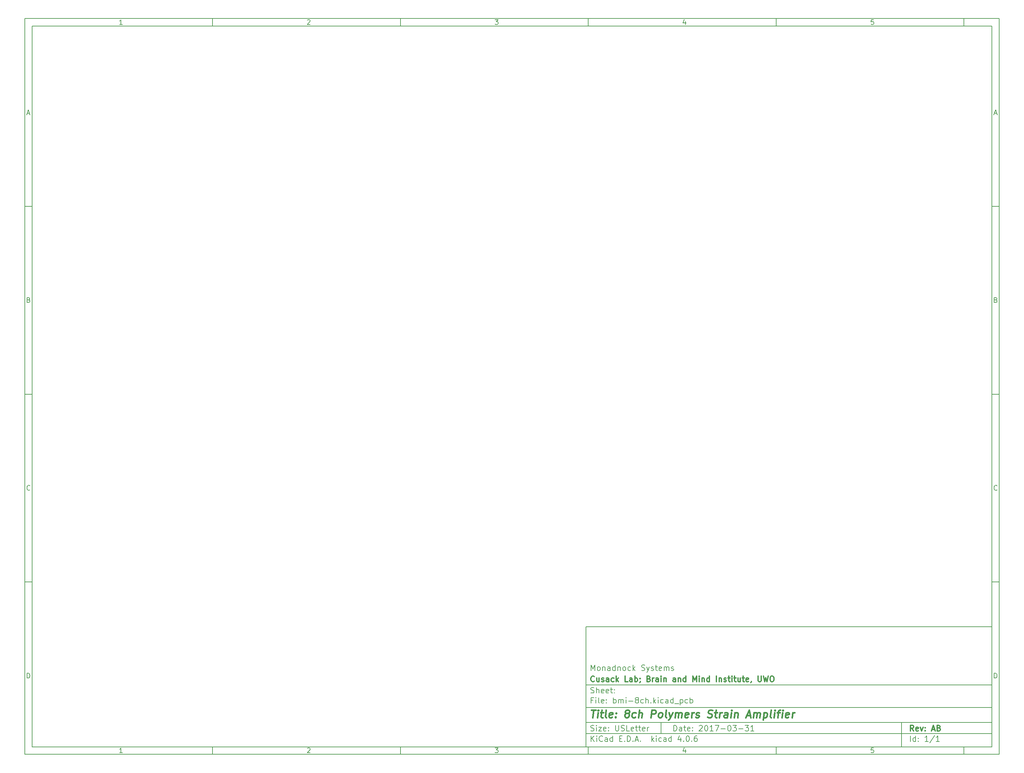
<source format=gbr>
G04 #@! TF.FileFunction,Legend,Bot*
%FSLAX46Y46*%
G04 Gerber Fmt 4.6, Leading zero omitted, Abs format (unit mm)*
G04 Created by KiCad (PCBNEW 4.0.6) date Fri Mar 31 12:57:45 2017*
%MOMM*%
%LPD*%
G01*
G04 APERTURE LIST*
%ADD10C,0.088900*%
%ADD11C,0.150000*%
%ADD12C,0.300000*%
%ADD13C,0.400000*%
G04 APERTURE END LIST*
D10*
D11*
X159400000Y-171900000D02*
X159400000Y-203900000D01*
X267400000Y-203900000D01*
X267400000Y-171900000D01*
X159400000Y-171900000D01*
D10*
D11*
X10000000Y-10000000D02*
X10000000Y-205900000D01*
X269400000Y-205900000D01*
X269400000Y-10000000D01*
X10000000Y-10000000D01*
D10*
D11*
X12000000Y-12000000D02*
X12000000Y-203900000D01*
X267400000Y-203900000D01*
X267400000Y-12000000D01*
X12000000Y-12000000D01*
D10*
D11*
X60000000Y-12000000D02*
X60000000Y-10000000D01*
D10*
D11*
X110000000Y-12000000D02*
X110000000Y-10000000D01*
D10*
D11*
X160000000Y-12000000D02*
X160000000Y-10000000D01*
D10*
D11*
X210000000Y-12000000D02*
X210000000Y-10000000D01*
D10*
D11*
X260000000Y-12000000D02*
X260000000Y-10000000D01*
D10*
D11*
X35990476Y-11588095D02*
X35247619Y-11588095D01*
X35619048Y-11588095D02*
X35619048Y-10288095D01*
X35495238Y-10473810D01*
X35371429Y-10597619D01*
X35247619Y-10659524D01*
D10*
D11*
X85247619Y-10411905D02*
X85309524Y-10350000D01*
X85433333Y-10288095D01*
X85742857Y-10288095D01*
X85866667Y-10350000D01*
X85928571Y-10411905D01*
X85990476Y-10535714D01*
X85990476Y-10659524D01*
X85928571Y-10845238D01*
X85185714Y-11588095D01*
X85990476Y-11588095D01*
D10*
D11*
X135185714Y-10288095D02*
X135990476Y-10288095D01*
X135557143Y-10783333D01*
X135742857Y-10783333D01*
X135866667Y-10845238D01*
X135928571Y-10907143D01*
X135990476Y-11030952D01*
X135990476Y-11340476D01*
X135928571Y-11464286D01*
X135866667Y-11526190D01*
X135742857Y-11588095D01*
X135371429Y-11588095D01*
X135247619Y-11526190D01*
X135185714Y-11464286D01*
D10*
D11*
X185866667Y-10721429D02*
X185866667Y-11588095D01*
X185557143Y-10226190D02*
X185247619Y-11154762D01*
X186052381Y-11154762D01*
D10*
D11*
X235928571Y-10288095D02*
X235309524Y-10288095D01*
X235247619Y-10907143D01*
X235309524Y-10845238D01*
X235433333Y-10783333D01*
X235742857Y-10783333D01*
X235866667Y-10845238D01*
X235928571Y-10907143D01*
X235990476Y-11030952D01*
X235990476Y-11340476D01*
X235928571Y-11464286D01*
X235866667Y-11526190D01*
X235742857Y-11588095D01*
X235433333Y-11588095D01*
X235309524Y-11526190D01*
X235247619Y-11464286D01*
D10*
D11*
X60000000Y-203900000D02*
X60000000Y-205900000D01*
D10*
D11*
X110000000Y-203900000D02*
X110000000Y-205900000D01*
D10*
D11*
X160000000Y-203900000D02*
X160000000Y-205900000D01*
D10*
D11*
X210000000Y-203900000D02*
X210000000Y-205900000D01*
D10*
D11*
X260000000Y-203900000D02*
X260000000Y-205900000D01*
D10*
D11*
X35990476Y-205488095D02*
X35247619Y-205488095D01*
X35619048Y-205488095D02*
X35619048Y-204188095D01*
X35495238Y-204373810D01*
X35371429Y-204497619D01*
X35247619Y-204559524D01*
D10*
D11*
X85247619Y-204311905D02*
X85309524Y-204250000D01*
X85433333Y-204188095D01*
X85742857Y-204188095D01*
X85866667Y-204250000D01*
X85928571Y-204311905D01*
X85990476Y-204435714D01*
X85990476Y-204559524D01*
X85928571Y-204745238D01*
X85185714Y-205488095D01*
X85990476Y-205488095D01*
D10*
D11*
X135185714Y-204188095D02*
X135990476Y-204188095D01*
X135557143Y-204683333D01*
X135742857Y-204683333D01*
X135866667Y-204745238D01*
X135928571Y-204807143D01*
X135990476Y-204930952D01*
X135990476Y-205240476D01*
X135928571Y-205364286D01*
X135866667Y-205426190D01*
X135742857Y-205488095D01*
X135371429Y-205488095D01*
X135247619Y-205426190D01*
X135185714Y-205364286D01*
D10*
D11*
X185866667Y-204621429D02*
X185866667Y-205488095D01*
X185557143Y-204126190D02*
X185247619Y-205054762D01*
X186052381Y-205054762D01*
D10*
D11*
X235928571Y-204188095D02*
X235309524Y-204188095D01*
X235247619Y-204807143D01*
X235309524Y-204745238D01*
X235433333Y-204683333D01*
X235742857Y-204683333D01*
X235866667Y-204745238D01*
X235928571Y-204807143D01*
X235990476Y-204930952D01*
X235990476Y-205240476D01*
X235928571Y-205364286D01*
X235866667Y-205426190D01*
X235742857Y-205488095D01*
X235433333Y-205488095D01*
X235309524Y-205426190D01*
X235247619Y-205364286D01*
D10*
D11*
X10000000Y-60000000D02*
X12000000Y-60000000D01*
D10*
D11*
X10000000Y-110000000D02*
X12000000Y-110000000D01*
D10*
D11*
X10000000Y-160000000D02*
X12000000Y-160000000D01*
D10*
D11*
X10690476Y-35216667D02*
X11309524Y-35216667D01*
X10566667Y-35588095D02*
X11000000Y-34288095D01*
X11433333Y-35588095D01*
D10*
D11*
X11092857Y-84907143D02*
X11278571Y-84969048D01*
X11340476Y-85030952D01*
X11402381Y-85154762D01*
X11402381Y-85340476D01*
X11340476Y-85464286D01*
X11278571Y-85526190D01*
X11154762Y-85588095D01*
X10659524Y-85588095D01*
X10659524Y-84288095D01*
X11092857Y-84288095D01*
X11216667Y-84350000D01*
X11278571Y-84411905D01*
X11340476Y-84535714D01*
X11340476Y-84659524D01*
X11278571Y-84783333D01*
X11216667Y-84845238D01*
X11092857Y-84907143D01*
X10659524Y-84907143D01*
D10*
D11*
X11402381Y-135464286D02*
X11340476Y-135526190D01*
X11154762Y-135588095D01*
X11030952Y-135588095D01*
X10845238Y-135526190D01*
X10721429Y-135402381D01*
X10659524Y-135278571D01*
X10597619Y-135030952D01*
X10597619Y-134845238D01*
X10659524Y-134597619D01*
X10721429Y-134473810D01*
X10845238Y-134350000D01*
X11030952Y-134288095D01*
X11154762Y-134288095D01*
X11340476Y-134350000D01*
X11402381Y-134411905D01*
D10*
D11*
X10659524Y-185588095D02*
X10659524Y-184288095D01*
X10969048Y-184288095D01*
X11154762Y-184350000D01*
X11278571Y-184473810D01*
X11340476Y-184597619D01*
X11402381Y-184845238D01*
X11402381Y-185030952D01*
X11340476Y-185278571D01*
X11278571Y-185402381D01*
X11154762Y-185526190D01*
X10969048Y-185588095D01*
X10659524Y-185588095D01*
D10*
D11*
X269400000Y-60000000D02*
X267400000Y-60000000D01*
D10*
D11*
X269400000Y-110000000D02*
X267400000Y-110000000D01*
D10*
D11*
X269400000Y-160000000D02*
X267400000Y-160000000D01*
D10*
D11*
X268090476Y-35216667D02*
X268709524Y-35216667D01*
X267966667Y-35588095D02*
X268400000Y-34288095D01*
X268833333Y-35588095D01*
D10*
D11*
X268492857Y-84907143D02*
X268678571Y-84969048D01*
X268740476Y-85030952D01*
X268802381Y-85154762D01*
X268802381Y-85340476D01*
X268740476Y-85464286D01*
X268678571Y-85526190D01*
X268554762Y-85588095D01*
X268059524Y-85588095D01*
X268059524Y-84288095D01*
X268492857Y-84288095D01*
X268616667Y-84350000D01*
X268678571Y-84411905D01*
X268740476Y-84535714D01*
X268740476Y-84659524D01*
X268678571Y-84783333D01*
X268616667Y-84845238D01*
X268492857Y-84907143D01*
X268059524Y-84907143D01*
D10*
D11*
X268802381Y-135464286D02*
X268740476Y-135526190D01*
X268554762Y-135588095D01*
X268430952Y-135588095D01*
X268245238Y-135526190D01*
X268121429Y-135402381D01*
X268059524Y-135278571D01*
X267997619Y-135030952D01*
X267997619Y-134845238D01*
X268059524Y-134597619D01*
X268121429Y-134473810D01*
X268245238Y-134350000D01*
X268430952Y-134288095D01*
X268554762Y-134288095D01*
X268740476Y-134350000D01*
X268802381Y-134411905D01*
D10*
D11*
X268059524Y-185588095D02*
X268059524Y-184288095D01*
X268369048Y-184288095D01*
X268554762Y-184350000D01*
X268678571Y-184473810D01*
X268740476Y-184597619D01*
X268802381Y-184845238D01*
X268802381Y-185030952D01*
X268740476Y-185278571D01*
X268678571Y-185402381D01*
X268554762Y-185526190D01*
X268369048Y-185588095D01*
X268059524Y-185588095D01*
D10*
D11*
X182757143Y-199678571D02*
X182757143Y-198178571D01*
X183114286Y-198178571D01*
X183328571Y-198250000D01*
X183471429Y-198392857D01*
X183542857Y-198535714D01*
X183614286Y-198821429D01*
X183614286Y-199035714D01*
X183542857Y-199321429D01*
X183471429Y-199464286D01*
X183328571Y-199607143D01*
X183114286Y-199678571D01*
X182757143Y-199678571D01*
X184900000Y-199678571D02*
X184900000Y-198892857D01*
X184828571Y-198750000D01*
X184685714Y-198678571D01*
X184400000Y-198678571D01*
X184257143Y-198750000D01*
X184900000Y-199607143D02*
X184757143Y-199678571D01*
X184400000Y-199678571D01*
X184257143Y-199607143D01*
X184185714Y-199464286D01*
X184185714Y-199321429D01*
X184257143Y-199178571D01*
X184400000Y-199107143D01*
X184757143Y-199107143D01*
X184900000Y-199035714D01*
X185400000Y-198678571D02*
X185971429Y-198678571D01*
X185614286Y-198178571D02*
X185614286Y-199464286D01*
X185685714Y-199607143D01*
X185828572Y-199678571D01*
X185971429Y-199678571D01*
X187042857Y-199607143D02*
X186900000Y-199678571D01*
X186614286Y-199678571D01*
X186471429Y-199607143D01*
X186400000Y-199464286D01*
X186400000Y-198892857D01*
X186471429Y-198750000D01*
X186614286Y-198678571D01*
X186900000Y-198678571D01*
X187042857Y-198750000D01*
X187114286Y-198892857D01*
X187114286Y-199035714D01*
X186400000Y-199178571D01*
X187757143Y-199535714D02*
X187828571Y-199607143D01*
X187757143Y-199678571D01*
X187685714Y-199607143D01*
X187757143Y-199535714D01*
X187757143Y-199678571D01*
X187757143Y-198750000D02*
X187828571Y-198821429D01*
X187757143Y-198892857D01*
X187685714Y-198821429D01*
X187757143Y-198750000D01*
X187757143Y-198892857D01*
X189542857Y-198321429D02*
X189614286Y-198250000D01*
X189757143Y-198178571D01*
X190114286Y-198178571D01*
X190257143Y-198250000D01*
X190328572Y-198321429D01*
X190400000Y-198464286D01*
X190400000Y-198607143D01*
X190328572Y-198821429D01*
X189471429Y-199678571D01*
X190400000Y-199678571D01*
X191328571Y-198178571D02*
X191471428Y-198178571D01*
X191614285Y-198250000D01*
X191685714Y-198321429D01*
X191757143Y-198464286D01*
X191828571Y-198750000D01*
X191828571Y-199107143D01*
X191757143Y-199392857D01*
X191685714Y-199535714D01*
X191614285Y-199607143D01*
X191471428Y-199678571D01*
X191328571Y-199678571D01*
X191185714Y-199607143D01*
X191114285Y-199535714D01*
X191042857Y-199392857D01*
X190971428Y-199107143D01*
X190971428Y-198750000D01*
X191042857Y-198464286D01*
X191114285Y-198321429D01*
X191185714Y-198250000D01*
X191328571Y-198178571D01*
X193257142Y-199678571D02*
X192399999Y-199678571D01*
X192828571Y-199678571D02*
X192828571Y-198178571D01*
X192685714Y-198392857D01*
X192542856Y-198535714D01*
X192399999Y-198607143D01*
X193757142Y-198178571D02*
X194757142Y-198178571D01*
X194114285Y-199678571D01*
X195328570Y-199107143D02*
X196471427Y-199107143D01*
X197471427Y-198178571D02*
X197614284Y-198178571D01*
X197757141Y-198250000D01*
X197828570Y-198321429D01*
X197899999Y-198464286D01*
X197971427Y-198750000D01*
X197971427Y-199107143D01*
X197899999Y-199392857D01*
X197828570Y-199535714D01*
X197757141Y-199607143D01*
X197614284Y-199678571D01*
X197471427Y-199678571D01*
X197328570Y-199607143D01*
X197257141Y-199535714D01*
X197185713Y-199392857D01*
X197114284Y-199107143D01*
X197114284Y-198750000D01*
X197185713Y-198464286D01*
X197257141Y-198321429D01*
X197328570Y-198250000D01*
X197471427Y-198178571D01*
X198471427Y-198178571D02*
X199399998Y-198178571D01*
X198899998Y-198750000D01*
X199114284Y-198750000D01*
X199257141Y-198821429D01*
X199328570Y-198892857D01*
X199399998Y-199035714D01*
X199399998Y-199392857D01*
X199328570Y-199535714D01*
X199257141Y-199607143D01*
X199114284Y-199678571D01*
X198685712Y-199678571D01*
X198542855Y-199607143D01*
X198471427Y-199535714D01*
X200042855Y-199107143D02*
X201185712Y-199107143D01*
X201757141Y-198178571D02*
X202685712Y-198178571D01*
X202185712Y-198750000D01*
X202399998Y-198750000D01*
X202542855Y-198821429D01*
X202614284Y-198892857D01*
X202685712Y-199035714D01*
X202685712Y-199392857D01*
X202614284Y-199535714D01*
X202542855Y-199607143D01*
X202399998Y-199678571D01*
X201971426Y-199678571D01*
X201828569Y-199607143D01*
X201757141Y-199535714D01*
X204114283Y-199678571D02*
X203257140Y-199678571D01*
X203685712Y-199678571D02*
X203685712Y-198178571D01*
X203542855Y-198392857D01*
X203399997Y-198535714D01*
X203257140Y-198607143D01*
D10*
D11*
X159400000Y-200400000D02*
X267400000Y-200400000D01*
D10*
D11*
X160757143Y-202478571D02*
X160757143Y-200978571D01*
X161614286Y-202478571D02*
X160971429Y-201621429D01*
X161614286Y-200978571D02*
X160757143Y-201835714D01*
X162257143Y-202478571D02*
X162257143Y-201478571D01*
X162257143Y-200978571D02*
X162185714Y-201050000D01*
X162257143Y-201121429D01*
X162328571Y-201050000D01*
X162257143Y-200978571D01*
X162257143Y-201121429D01*
X163828572Y-202335714D02*
X163757143Y-202407143D01*
X163542857Y-202478571D01*
X163400000Y-202478571D01*
X163185715Y-202407143D01*
X163042857Y-202264286D01*
X162971429Y-202121429D01*
X162900000Y-201835714D01*
X162900000Y-201621429D01*
X162971429Y-201335714D01*
X163042857Y-201192857D01*
X163185715Y-201050000D01*
X163400000Y-200978571D01*
X163542857Y-200978571D01*
X163757143Y-201050000D01*
X163828572Y-201121429D01*
X165114286Y-202478571D02*
X165114286Y-201692857D01*
X165042857Y-201550000D01*
X164900000Y-201478571D01*
X164614286Y-201478571D01*
X164471429Y-201550000D01*
X165114286Y-202407143D02*
X164971429Y-202478571D01*
X164614286Y-202478571D01*
X164471429Y-202407143D01*
X164400000Y-202264286D01*
X164400000Y-202121429D01*
X164471429Y-201978571D01*
X164614286Y-201907143D01*
X164971429Y-201907143D01*
X165114286Y-201835714D01*
X166471429Y-202478571D02*
X166471429Y-200978571D01*
X166471429Y-202407143D02*
X166328572Y-202478571D01*
X166042858Y-202478571D01*
X165900000Y-202407143D01*
X165828572Y-202335714D01*
X165757143Y-202192857D01*
X165757143Y-201764286D01*
X165828572Y-201621429D01*
X165900000Y-201550000D01*
X166042858Y-201478571D01*
X166328572Y-201478571D01*
X166471429Y-201550000D01*
X168328572Y-201692857D02*
X168828572Y-201692857D01*
X169042858Y-202478571D02*
X168328572Y-202478571D01*
X168328572Y-200978571D01*
X169042858Y-200978571D01*
X169685715Y-202335714D02*
X169757143Y-202407143D01*
X169685715Y-202478571D01*
X169614286Y-202407143D01*
X169685715Y-202335714D01*
X169685715Y-202478571D01*
X170400001Y-202478571D02*
X170400001Y-200978571D01*
X170757144Y-200978571D01*
X170971429Y-201050000D01*
X171114287Y-201192857D01*
X171185715Y-201335714D01*
X171257144Y-201621429D01*
X171257144Y-201835714D01*
X171185715Y-202121429D01*
X171114287Y-202264286D01*
X170971429Y-202407143D01*
X170757144Y-202478571D01*
X170400001Y-202478571D01*
X171900001Y-202335714D02*
X171971429Y-202407143D01*
X171900001Y-202478571D01*
X171828572Y-202407143D01*
X171900001Y-202335714D01*
X171900001Y-202478571D01*
X172542858Y-202050000D02*
X173257144Y-202050000D01*
X172400001Y-202478571D02*
X172900001Y-200978571D01*
X173400001Y-202478571D01*
X173900001Y-202335714D02*
X173971429Y-202407143D01*
X173900001Y-202478571D01*
X173828572Y-202407143D01*
X173900001Y-202335714D01*
X173900001Y-202478571D01*
X176900001Y-202478571D02*
X176900001Y-200978571D01*
X177042858Y-201907143D02*
X177471429Y-202478571D01*
X177471429Y-201478571D02*
X176900001Y-202050000D01*
X178114287Y-202478571D02*
X178114287Y-201478571D01*
X178114287Y-200978571D02*
X178042858Y-201050000D01*
X178114287Y-201121429D01*
X178185715Y-201050000D01*
X178114287Y-200978571D01*
X178114287Y-201121429D01*
X179471430Y-202407143D02*
X179328573Y-202478571D01*
X179042859Y-202478571D01*
X178900001Y-202407143D01*
X178828573Y-202335714D01*
X178757144Y-202192857D01*
X178757144Y-201764286D01*
X178828573Y-201621429D01*
X178900001Y-201550000D01*
X179042859Y-201478571D01*
X179328573Y-201478571D01*
X179471430Y-201550000D01*
X180757144Y-202478571D02*
X180757144Y-201692857D01*
X180685715Y-201550000D01*
X180542858Y-201478571D01*
X180257144Y-201478571D01*
X180114287Y-201550000D01*
X180757144Y-202407143D02*
X180614287Y-202478571D01*
X180257144Y-202478571D01*
X180114287Y-202407143D01*
X180042858Y-202264286D01*
X180042858Y-202121429D01*
X180114287Y-201978571D01*
X180257144Y-201907143D01*
X180614287Y-201907143D01*
X180757144Y-201835714D01*
X182114287Y-202478571D02*
X182114287Y-200978571D01*
X182114287Y-202407143D02*
X181971430Y-202478571D01*
X181685716Y-202478571D01*
X181542858Y-202407143D01*
X181471430Y-202335714D01*
X181400001Y-202192857D01*
X181400001Y-201764286D01*
X181471430Y-201621429D01*
X181542858Y-201550000D01*
X181685716Y-201478571D01*
X181971430Y-201478571D01*
X182114287Y-201550000D01*
X184614287Y-201478571D02*
X184614287Y-202478571D01*
X184257144Y-200907143D02*
X183900001Y-201978571D01*
X184828573Y-201978571D01*
X185400001Y-202335714D02*
X185471429Y-202407143D01*
X185400001Y-202478571D01*
X185328572Y-202407143D01*
X185400001Y-202335714D01*
X185400001Y-202478571D01*
X186400001Y-200978571D02*
X186542858Y-200978571D01*
X186685715Y-201050000D01*
X186757144Y-201121429D01*
X186828573Y-201264286D01*
X186900001Y-201550000D01*
X186900001Y-201907143D01*
X186828573Y-202192857D01*
X186757144Y-202335714D01*
X186685715Y-202407143D01*
X186542858Y-202478571D01*
X186400001Y-202478571D01*
X186257144Y-202407143D01*
X186185715Y-202335714D01*
X186114287Y-202192857D01*
X186042858Y-201907143D01*
X186042858Y-201550000D01*
X186114287Y-201264286D01*
X186185715Y-201121429D01*
X186257144Y-201050000D01*
X186400001Y-200978571D01*
X187542858Y-202335714D02*
X187614286Y-202407143D01*
X187542858Y-202478571D01*
X187471429Y-202407143D01*
X187542858Y-202335714D01*
X187542858Y-202478571D01*
X188900001Y-200978571D02*
X188614287Y-200978571D01*
X188471430Y-201050000D01*
X188400001Y-201121429D01*
X188257144Y-201335714D01*
X188185715Y-201621429D01*
X188185715Y-202192857D01*
X188257144Y-202335714D01*
X188328572Y-202407143D01*
X188471430Y-202478571D01*
X188757144Y-202478571D01*
X188900001Y-202407143D01*
X188971430Y-202335714D01*
X189042858Y-202192857D01*
X189042858Y-201835714D01*
X188971430Y-201692857D01*
X188900001Y-201621429D01*
X188757144Y-201550000D01*
X188471430Y-201550000D01*
X188328572Y-201621429D01*
X188257144Y-201692857D01*
X188185715Y-201835714D01*
D10*
D11*
X159400000Y-197400000D02*
X267400000Y-197400000D01*
D10*
D12*
X246614286Y-199678571D02*
X246114286Y-198964286D01*
X245757143Y-199678571D02*
X245757143Y-198178571D01*
X246328571Y-198178571D01*
X246471429Y-198250000D01*
X246542857Y-198321429D01*
X246614286Y-198464286D01*
X246614286Y-198678571D01*
X246542857Y-198821429D01*
X246471429Y-198892857D01*
X246328571Y-198964286D01*
X245757143Y-198964286D01*
X247828571Y-199607143D02*
X247685714Y-199678571D01*
X247400000Y-199678571D01*
X247257143Y-199607143D01*
X247185714Y-199464286D01*
X247185714Y-198892857D01*
X247257143Y-198750000D01*
X247400000Y-198678571D01*
X247685714Y-198678571D01*
X247828571Y-198750000D01*
X247900000Y-198892857D01*
X247900000Y-199035714D01*
X247185714Y-199178571D01*
X248400000Y-198678571D02*
X248757143Y-199678571D01*
X249114285Y-198678571D01*
X249685714Y-199535714D02*
X249757142Y-199607143D01*
X249685714Y-199678571D01*
X249614285Y-199607143D01*
X249685714Y-199535714D01*
X249685714Y-199678571D01*
X249685714Y-198750000D02*
X249757142Y-198821429D01*
X249685714Y-198892857D01*
X249614285Y-198821429D01*
X249685714Y-198750000D01*
X249685714Y-198892857D01*
X251471428Y-199250000D02*
X252185714Y-199250000D01*
X251328571Y-199678571D02*
X251828571Y-198178571D01*
X252328571Y-199678571D01*
X253328571Y-198892857D02*
X253542857Y-198964286D01*
X253614285Y-199035714D01*
X253685714Y-199178571D01*
X253685714Y-199392857D01*
X253614285Y-199535714D01*
X253542857Y-199607143D01*
X253399999Y-199678571D01*
X252828571Y-199678571D01*
X252828571Y-198178571D01*
X253328571Y-198178571D01*
X253471428Y-198250000D01*
X253542857Y-198321429D01*
X253614285Y-198464286D01*
X253614285Y-198607143D01*
X253542857Y-198750000D01*
X253471428Y-198821429D01*
X253328571Y-198892857D01*
X252828571Y-198892857D01*
D10*
D11*
X160685714Y-199607143D02*
X160900000Y-199678571D01*
X161257143Y-199678571D01*
X161400000Y-199607143D01*
X161471429Y-199535714D01*
X161542857Y-199392857D01*
X161542857Y-199250000D01*
X161471429Y-199107143D01*
X161400000Y-199035714D01*
X161257143Y-198964286D01*
X160971429Y-198892857D01*
X160828571Y-198821429D01*
X160757143Y-198750000D01*
X160685714Y-198607143D01*
X160685714Y-198464286D01*
X160757143Y-198321429D01*
X160828571Y-198250000D01*
X160971429Y-198178571D01*
X161328571Y-198178571D01*
X161542857Y-198250000D01*
X162185714Y-199678571D02*
X162185714Y-198678571D01*
X162185714Y-198178571D02*
X162114285Y-198250000D01*
X162185714Y-198321429D01*
X162257142Y-198250000D01*
X162185714Y-198178571D01*
X162185714Y-198321429D01*
X162757143Y-198678571D02*
X163542857Y-198678571D01*
X162757143Y-199678571D01*
X163542857Y-199678571D01*
X164685714Y-199607143D02*
X164542857Y-199678571D01*
X164257143Y-199678571D01*
X164114286Y-199607143D01*
X164042857Y-199464286D01*
X164042857Y-198892857D01*
X164114286Y-198750000D01*
X164257143Y-198678571D01*
X164542857Y-198678571D01*
X164685714Y-198750000D01*
X164757143Y-198892857D01*
X164757143Y-199035714D01*
X164042857Y-199178571D01*
X165400000Y-199535714D02*
X165471428Y-199607143D01*
X165400000Y-199678571D01*
X165328571Y-199607143D01*
X165400000Y-199535714D01*
X165400000Y-199678571D01*
X165400000Y-198750000D02*
X165471428Y-198821429D01*
X165400000Y-198892857D01*
X165328571Y-198821429D01*
X165400000Y-198750000D01*
X165400000Y-198892857D01*
X167257143Y-198178571D02*
X167257143Y-199392857D01*
X167328571Y-199535714D01*
X167400000Y-199607143D01*
X167542857Y-199678571D01*
X167828571Y-199678571D01*
X167971429Y-199607143D01*
X168042857Y-199535714D01*
X168114286Y-199392857D01*
X168114286Y-198178571D01*
X168757143Y-199607143D02*
X168971429Y-199678571D01*
X169328572Y-199678571D01*
X169471429Y-199607143D01*
X169542858Y-199535714D01*
X169614286Y-199392857D01*
X169614286Y-199250000D01*
X169542858Y-199107143D01*
X169471429Y-199035714D01*
X169328572Y-198964286D01*
X169042858Y-198892857D01*
X168900000Y-198821429D01*
X168828572Y-198750000D01*
X168757143Y-198607143D01*
X168757143Y-198464286D01*
X168828572Y-198321429D01*
X168900000Y-198250000D01*
X169042858Y-198178571D01*
X169400000Y-198178571D01*
X169614286Y-198250000D01*
X170971429Y-199678571D02*
X170257143Y-199678571D01*
X170257143Y-198178571D01*
X172042857Y-199607143D02*
X171900000Y-199678571D01*
X171614286Y-199678571D01*
X171471429Y-199607143D01*
X171400000Y-199464286D01*
X171400000Y-198892857D01*
X171471429Y-198750000D01*
X171614286Y-198678571D01*
X171900000Y-198678571D01*
X172042857Y-198750000D01*
X172114286Y-198892857D01*
X172114286Y-199035714D01*
X171400000Y-199178571D01*
X172542857Y-198678571D02*
X173114286Y-198678571D01*
X172757143Y-198178571D02*
X172757143Y-199464286D01*
X172828571Y-199607143D01*
X172971429Y-199678571D01*
X173114286Y-199678571D01*
X173400000Y-198678571D02*
X173971429Y-198678571D01*
X173614286Y-198178571D02*
X173614286Y-199464286D01*
X173685714Y-199607143D01*
X173828572Y-199678571D01*
X173971429Y-199678571D01*
X175042857Y-199607143D02*
X174900000Y-199678571D01*
X174614286Y-199678571D01*
X174471429Y-199607143D01*
X174400000Y-199464286D01*
X174400000Y-198892857D01*
X174471429Y-198750000D01*
X174614286Y-198678571D01*
X174900000Y-198678571D01*
X175042857Y-198750000D01*
X175114286Y-198892857D01*
X175114286Y-199035714D01*
X174400000Y-199178571D01*
X175757143Y-199678571D02*
X175757143Y-198678571D01*
X175757143Y-198964286D02*
X175828571Y-198821429D01*
X175900000Y-198750000D01*
X176042857Y-198678571D01*
X176185714Y-198678571D01*
D10*
D11*
X245757143Y-202478571D02*
X245757143Y-200978571D01*
X247114286Y-202478571D02*
X247114286Y-200978571D01*
X247114286Y-202407143D02*
X246971429Y-202478571D01*
X246685715Y-202478571D01*
X246542857Y-202407143D01*
X246471429Y-202335714D01*
X246400000Y-202192857D01*
X246400000Y-201764286D01*
X246471429Y-201621429D01*
X246542857Y-201550000D01*
X246685715Y-201478571D01*
X246971429Y-201478571D01*
X247114286Y-201550000D01*
X247828572Y-202335714D02*
X247900000Y-202407143D01*
X247828572Y-202478571D01*
X247757143Y-202407143D01*
X247828572Y-202335714D01*
X247828572Y-202478571D01*
X247828572Y-201550000D02*
X247900000Y-201621429D01*
X247828572Y-201692857D01*
X247757143Y-201621429D01*
X247828572Y-201550000D01*
X247828572Y-201692857D01*
X250471429Y-202478571D02*
X249614286Y-202478571D01*
X250042858Y-202478571D02*
X250042858Y-200978571D01*
X249900001Y-201192857D01*
X249757143Y-201335714D01*
X249614286Y-201407143D01*
X252185714Y-200907143D02*
X250900000Y-202835714D01*
X253471429Y-202478571D02*
X252614286Y-202478571D01*
X253042858Y-202478571D02*
X253042858Y-200978571D01*
X252900001Y-201192857D01*
X252757143Y-201335714D01*
X252614286Y-201407143D01*
D10*
D11*
X159400000Y-193400000D02*
X267400000Y-193400000D01*
D10*
D13*
X160852381Y-194104762D02*
X161995238Y-194104762D01*
X161173810Y-196104762D02*
X161423810Y-194104762D01*
X162411905Y-196104762D02*
X162578571Y-194771429D01*
X162661905Y-194104762D02*
X162554762Y-194200000D01*
X162638095Y-194295238D01*
X162745239Y-194200000D01*
X162661905Y-194104762D01*
X162638095Y-194295238D01*
X163245238Y-194771429D02*
X164007143Y-194771429D01*
X163614286Y-194104762D02*
X163400000Y-195819048D01*
X163471430Y-196009524D01*
X163650001Y-196104762D01*
X163840477Y-196104762D01*
X164792858Y-196104762D02*
X164614287Y-196009524D01*
X164542857Y-195819048D01*
X164757143Y-194104762D01*
X166328572Y-196009524D02*
X166126191Y-196104762D01*
X165745239Y-196104762D01*
X165566667Y-196009524D01*
X165495238Y-195819048D01*
X165590476Y-195057143D01*
X165709524Y-194866667D01*
X165911905Y-194771429D01*
X166292857Y-194771429D01*
X166471429Y-194866667D01*
X166542857Y-195057143D01*
X166519048Y-195247619D01*
X165542857Y-195438095D01*
X167292857Y-195914286D02*
X167376192Y-196009524D01*
X167269048Y-196104762D01*
X167185715Y-196009524D01*
X167292857Y-195914286D01*
X167269048Y-196104762D01*
X167423810Y-194866667D02*
X167507144Y-194961905D01*
X167400000Y-195057143D01*
X167316667Y-194961905D01*
X167423810Y-194866667D01*
X167400000Y-195057143D01*
X170173811Y-194961905D02*
X169995240Y-194866667D01*
X169911905Y-194771429D01*
X169840477Y-194580952D01*
X169852382Y-194485714D01*
X169971429Y-194295238D01*
X170078573Y-194200000D01*
X170280954Y-194104762D01*
X170661906Y-194104762D01*
X170840477Y-194200000D01*
X170923810Y-194295238D01*
X170995240Y-194485714D01*
X170983335Y-194580952D01*
X170864286Y-194771429D01*
X170757144Y-194866667D01*
X170554763Y-194961905D01*
X170173811Y-194961905D01*
X169971430Y-195057143D01*
X169864286Y-195152381D01*
X169745239Y-195342857D01*
X169697620Y-195723810D01*
X169769048Y-195914286D01*
X169852383Y-196009524D01*
X170030954Y-196104762D01*
X170411906Y-196104762D01*
X170614287Y-196009524D01*
X170721429Y-195914286D01*
X170840478Y-195723810D01*
X170888097Y-195342857D01*
X170816667Y-195152381D01*
X170733334Y-195057143D01*
X170554763Y-194961905D01*
X172519049Y-196009524D02*
X172316668Y-196104762D01*
X171935716Y-196104762D01*
X171757145Y-196009524D01*
X171673810Y-195914286D01*
X171602382Y-195723810D01*
X171673810Y-195152381D01*
X171792858Y-194961905D01*
X171900002Y-194866667D01*
X172102382Y-194771429D01*
X172483334Y-194771429D01*
X172661906Y-194866667D01*
X173364287Y-196104762D02*
X173614287Y-194104762D01*
X174221430Y-196104762D02*
X174352382Y-195057143D01*
X174280954Y-194866667D01*
X174102382Y-194771429D01*
X173816668Y-194771429D01*
X173614288Y-194866667D01*
X173507144Y-194961905D01*
X176697621Y-196104762D02*
X176947621Y-194104762D01*
X177709526Y-194104762D01*
X177888097Y-194200000D01*
X177971431Y-194295238D01*
X178042860Y-194485714D01*
X178007145Y-194771429D01*
X177888098Y-194961905D01*
X177780954Y-195057143D01*
X177578573Y-195152381D01*
X176816668Y-195152381D01*
X178983336Y-196104762D02*
X178804765Y-196009524D01*
X178721430Y-195914286D01*
X178650002Y-195723810D01*
X178721430Y-195152381D01*
X178840478Y-194961905D01*
X178947622Y-194866667D01*
X179150002Y-194771429D01*
X179435716Y-194771429D01*
X179614288Y-194866667D01*
X179697621Y-194961905D01*
X179769049Y-195152381D01*
X179697621Y-195723810D01*
X179578573Y-195914286D01*
X179471431Y-196009524D01*
X179269050Y-196104762D01*
X178983336Y-196104762D01*
X180792860Y-196104762D02*
X180614289Y-196009524D01*
X180542859Y-195819048D01*
X180757145Y-194104762D01*
X181530954Y-194771429D02*
X181840479Y-196104762D01*
X182483335Y-194771429D02*
X181840479Y-196104762D01*
X181590479Y-196580952D01*
X181483335Y-196676190D01*
X181280954Y-196771429D01*
X183078574Y-196104762D02*
X183245240Y-194771429D01*
X183221431Y-194961905D02*
X183328575Y-194866667D01*
X183530955Y-194771429D01*
X183816669Y-194771429D01*
X183995241Y-194866667D01*
X184066669Y-195057143D01*
X183935717Y-196104762D01*
X184066669Y-195057143D02*
X184185717Y-194866667D01*
X184388098Y-194771429D01*
X184673812Y-194771429D01*
X184852384Y-194866667D01*
X184923812Y-195057143D01*
X184792860Y-196104762D01*
X186519051Y-196009524D02*
X186316670Y-196104762D01*
X185935718Y-196104762D01*
X185757146Y-196009524D01*
X185685717Y-195819048D01*
X185780955Y-195057143D01*
X185900003Y-194866667D01*
X186102384Y-194771429D01*
X186483336Y-194771429D01*
X186661908Y-194866667D01*
X186733336Y-195057143D01*
X186709527Y-195247619D01*
X185733336Y-195438095D01*
X187459527Y-196104762D02*
X187626193Y-194771429D01*
X187578574Y-195152381D02*
X187697623Y-194961905D01*
X187804766Y-194866667D01*
X188007146Y-194771429D01*
X188197622Y-194771429D01*
X188614289Y-196009524D02*
X188792861Y-196104762D01*
X189173813Y-196104762D01*
X189376194Y-196009524D01*
X189495241Y-195819048D01*
X189507146Y-195723810D01*
X189435717Y-195533333D01*
X189257146Y-195438095D01*
X188971432Y-195438095D01*
X188792860Y-195342857D01*
X188721431Y-195152381D01*
X188733336Y-195057143D01*
X188852384Y-194866667D01*
X189054765Y-194771429D01*
X189340479Y-194771429D01*
X189519051Y-194866667D01*
X191757147Y-196009524D02*
X192030957Y-196104762D01*
X192507147Y-196104762D01*
X192709528Y-196009524D01*
X192816670Y-195914286D01*
X192935719Y-195723810D01*
X192959528Y-195533333D01*
X192888099Y-195342857D01*
X192804766Y-195247619D01*
X192626194Y-195152381D01*
X192257147Y-195057143D01*
X192078576Y-194961905D01*
X191995242Y-194866667D01*
X191923813Y-194676190D01*
X191947623Y-194485714D01*
X192066670Y-194295238D01*
X192173814Y-194200000D01*
X192376195Y-194104762D01*
X192852385Y-194104762D01*
X193126195Y-194200000D01*
X193626194Y-194771429D02*
X194388099Y-194771429D01*
X193995242Y-194104762D02*
X193780956Y-195819048D01*
X193852386Y-196009524D01*
X194030957Y-196104762D01*
X194221433Y-196104762D01*
X194888099Y-196104762D02*
X195054765Y-194771429D01*
X195007146Y-195152381D02*
X195126195Y-194961905D01*
X195233338Y-194866667D01*
X195435718Y-194771429D01*
X195626194Y-194771429D01*
X196983337Y-196104762D02*
X197114289Y-195057143D01*
X197042861Y-194866667D01*
X196864289Y-194771429D01*
X196483337Y-194771429D01*
X196280956Y-194866667D01*
X196995242Y-196009524D02*
X196792861Y-196104762D01*
X196316671Y-196104762D01*
X196138099Y-196009524D01*
X196066670Y-195819048D01*
X196090480Y-195628571D01*
X196209527Y-195438095D01*
X196411909Y-195342857D01*
X196888099Y-195342857D01*
X197090480Y-195247619D01*
X197935718Y-196104762D02*
X198102384Y-194771429D01*
X198185718Y-194104762D02*
X198078575Y-194200000D01*
X198161908Y-194295238D01*
X198269052Y-194200000D01*
X198185718Y-194104762D01*
X198161908Y-194295238D01*
X199054765Y-194771429D02*
X198888099Y-196104762D01*
X199030956Y-194961905D02*
X199138100Y-194866667D01*
X199340480Y-194771429D01*
X199626194Y-194771429D01*
X199804766Y-194866667D01*
X199876194Y-195057143D01*
X199745242Y-196104762D01*
X202197623Y-195533333D02*
X203150004Y-195533333D01*
X201935719Y-196104762D02*
X202852386Y-194104762D01*
X203269053Y-196104762D01*
X203935719Y-196104762D02*
X204102385Y-194771429D01*
X204078576Y-194961905D02*
X204185720Y-194866667D01*
X204388100Y-194771429D01*
X204673814Y-194771429D01*
X204852386Y-194866667D01*
X204923814Y-195057143D01*
X204792862Y-196104762D01*
X204923814Y-195057143D02*
X205042862Y-194866667D01*
X205245243Y-194771429D01*
X205530957Y-194771429D01*
X205709529Y-194866667D01*
X205780957Y-195057143D01*
X205650005Y-196104762D01*
X206769052Y-194771429D02*
X206519052Y-196771429D01*
X206757148Y-194866667D02*
X206959529Y-194771429D01*
X207340481Y-194771429D01*
X207519053Y-194866667D01*
X207602386Y-194961905D01*
X207673814Y-195152381D01*
X207602386Y-195723810D01*
X207483338Y-195914286D01*
X207376196Y-196009524D01*
X207173815Y-196104762D01*
X206792863Y-196104762D01*
X206614291Y-196009524D01*
X208697625Y-196104762D02*
X208519054Y-196009524D01*
X208447624Y-195819048D01*
X208661910Y-194104762D01*
X209459529Y-196104762D02*
X209626195Y-194771429D01*
X209709529Y-194104762D02*
X209602386Y-194200000D01*
X209685719Y-194295238D01*
X209792863Y-194200000D01*
X209709529Y-194104762D01*
X209685719Y-194295238D01*
X210292862Y-194771429D02*
X211054767Y-194771429D01*
X210411910Y-196104762D02*
X210626196Y-194390476D01*
X210745244Y-194200000D01*
X210947625Y-194104762D01*
X211138101Y-194104762D01*
X211554767Y-196104762D02*
X211721433Y-194771429D01*
X211804767Y-194104762D02*
X211697624Y-194200000D01*
X211780957Y-194295238D01*
X211888101Y-194200000D01*
X211804767Y-194104762D01*
X211780957Y-194295238D01*
X213280958Y-196009524D02*
X213078577Y-196104762D01*
X212697625Y-196104762D01*
X212519053Y-196009524D01*
X212447624Y-195819048D01*
X212542862Y-195057143D01*
X212661910Y-194866667D01*
X212864291Y-194771429D01*
X213245243Y-194771429D01*
X213423815Y-194866667D01*
X213495243Y-195057143D01*
X213471434Y-195247619D01*
X212495243Y-195438095D01*
X214221434Y-196104762D02*
X214388100Y-194771429D01*
X214340481Y-195152381D02*
X214459530Y-194961905D01*
X214566673Y-194866667D01*
X214769053Y-194771429D01*
X214959529Y-194771429D01*
D10*
D11*
X161257143Y-191492857D02*
X160757143Y-191492857D01*
X160757143Y-192278571D02*
X160757143Y-190778571D01*
X161471429Y-190778571D01*
X162042857Y-192278571D02*
X162042857Y-191278571D01*
X162042857Y-190778571D02*
X161971428Y-190850000D01*
X162042857Y-190921429D01*
X162114285Y-190850000D01*
X162042857Y-190778571D01*
X162042857Y-190921429D01*
X162971429Y-192278571D02*
X162828571Y-192207143D01*
X162757143Y-192064286D01*
X162757143Y-190778571D01*
X164114285Y-192207143D02*
X163971428Y-192278571D01*
X163685714Y-192278571D01*
X163542857Y-192207143D01*
X163471428Y-192064286D01*
X163471428Y-191492857D01*
X163542857Y-191350000D01*
X163685714Y-191278571D01*
X163971428Y-191278571D01*
X164114285Y-191350000D01*
X164185714Y-191492857D01*
X164185714Y-191635714D01*
X163471428Y-191778571D01*
X164828571Y-192135714D02*
X164899999Y-192207143D01*
X164828571Y-192278571D01*
X164757142Y-192207143D01*
X164828571Y-192135714D01*
X164828571Y-192278571D01*
X164828571Y-191350000D02*
X164899999Y-191421429D01*
X164828571Y-191492857D01*
X164757142Y-191421429D01*
X164828571Y-191350000D01*
X164828571Y-191492857D01*
X166685714Y-192278571D02*
X166685714Y-190778571D01*
X166685714Y-191350000D02*
X166828571Y-191278571D01*
X167114285Y-191278571D01*
X167257142Y-191350000D01*
X167328571Y-191421429D01*
X167400000Y-191564286D01*
X167400000Y-191992857D01*
X167328571Y-192135714D01*
X167257142Y-192207143D01*
X167114285Y-192278571D01*
X166828571Y-192278571D01*
X166685714Y-192207143D01*
X168042857Y-192278571D02*
X168042857Y-191278571D01*
X168042857Y-191421429D02*
X168114285Y-191350000D01*
X168257143Y-191278571D01*
X168471428Y-191278571D01*
X168614285Y-191350000D01*
X168685714Y-191492857D01*
X168685714Y-192278571D01*
X168685714Y-191492857D02*
X168757143Y-191350000D01*
X168900000Y-191278571D01*
X169114285Y-191278571D01*
X169257143Y-191350000D01*
X169328571Y-191492857D01*
X169328571Y-192278571D01*
X170042857Y-192278571D02*
X170042857Y-191278571D01*
X170042857Y-190778571D02*
X169971428Y-190850000D01*
X170042857Y-190921429D01*
X170114285Y-190850000D01*
X170042857Y-190778571D01*
X170042857Y-190921429D01*
X170757143Y-191707143D02*
X171900000Y-191707143D01*
X172828572Y-191421429D02*
X172685714Y-191350000D01*
X172614286Y-191278571D01*
X172542857Y-191135714D01*
X172542857Y-191064286D01*
X172614286Y-190921429D01*
X172685714Y-190850000D01*
X172828572Y-190778571D01*
X173114286Y-190778571D01*
X173257143Y-190850000D01*
X173328572Y-190921429D01*
X173400000Y-191064286D01*
X173400000Y-191135714D01*
X173328572Y-191278571D01*
X173257143Y-191350000D01*
X173114286Y-191421429D01*
X172828572Y-191421429D01*
X172685714Y-191492857D01*
X172614286Y-191564286D01*
X172542857Y-191707143D01*
X172542857Y-191992857D01*
X172614286Y-192135714D01*
X172685714Y-192207143D01*
X172828572Y-192278571D01*
X173114286Y-192278571D01*
X173257143Y-192207143D01*
X173328572Y-192135714D01*
X173400000Y-191992857D01*
X173400000Y-191707143D01*
X173328572Y-191564286D01*
X173257143Y-191492857D01*
X173114286Y-191421429D01*
X174685714Y-192207143D02*
X174542857Y-192278571D01*
X174257143Y-192278571D01*
X174114285Y-192207143D01*
X174042857Y-192135714D01*
X173971428Y-191992857D01*
X173971428Y-191564286D01*
X174042857Y-191421429D01*
X174114285Y-191350000D01*
X174257143Y-191278571D01*
X174542857Y-191278571D01*
X174685714Y-191350000D01*
X175328571Y-192278571D02*
X175328571Y-190778571D01*
X175971428Y-192278571D02*
X175971428Y-191492857D01*
X175899999Y-191350000D01*
X175757142Y-191278571D01*
X175542857Y-191278571D01*
X175399999Y-191350000D01*
X175328571Y-191421429D01*
X176685714Y-192135714D02*
X176757142Y-192207143D01*
X176685714Y-192278571D01*
X176614285Y-192207143D01*
X176685714Y-192135714D01*
X176685714Y-192278571D01*
X177400000Y-192278571D02*
X177400000Y-190778571D01*
X177542857Y-191707143D02*
X177971428Y-192278571D01*
X177971428Y-191278571D02*
X177400000Y-191850000D01*
X178614286Y-192278571D02*
X178614286Y-191278571D01*
X178614286Y-190778571D02*
X178542857Y-190850000D01*
X178614286Y-190921429D01*
X178685714Y-190850000D01*
X178614286Y-190778571D01*
X178614286Y-190921429D01*
X179971429Y-192207143D02*
X179828572Y-192278571D01*
X179542858Y-192278571D01*
X179400000Y-192207143D01*
X179328572Y-192135714D01*
X179257143Y-191992857D01*
X179257143Y-191564286D01*
X179328572Y-191421429D01*
X179400000Y-191350000D01*
X179542858Y-191278571D01*
X179828572Y-191278571D01*
X179971429Y-191350000D01*
X181257143Y-192278571D02*
X181257143Y-191492857D01*
X181185714Y-191350000D01*
X181042857Y-191278571D01*
X180757143Y-191278571D01*
X180614286Y-191350000D01*
X181257143Y-192207143D02*
X181114286Y-192278571D01*
X180757143Y-192278571D01*
X180614286Y-192207143D01*
X180542857Y-192064286D01*
X180542857Y-191921429D01*
X180614286Y-191778571D01*
X180757143Y-191707143D01*
X181114286Y-191707143D01*
X181257143Y-191635714D01*
X182614286Y-192278571D02*
X182614286Y-190778571D01*
X182614286Y-192207143D02*
X182471429Y-192278571D01*
X182185715Y-192278571D01*
X182042857Y-192207143D01*
X181971429Y-192135714D01*
X181900000Y-191992857D01*
X181900000Y-191564286D01*
X181971429Y-191421429D01*
X182042857Y-191350000D01*
X182185715Y-191278571D01*
X182471429Y-191278571D01*
X182614286Y-191350000D01*
X182971429Y-192421429D02*
X184114286Y-192421429D01*
X184471429Y-191278571D02*
X184471429Y-192778571D01*
X184471429Y-191350000D02*
X184614286Y-191278571D01*
X184900000Y-191278571D01*
X185042857Y-191350000D01*
X185114286Y-191421429D01*
X185185715Y-191564286D01*
X185185715Y-191992857D01*
X185114286Y-192135714D01*
X185042857Y-192207143D01*
X184900000Y-192278571D01*
X184614286Y-192278571D01*
X184471429Y-192207143D01*
X186471429Y-192207143D02*
X186328572Y-192278571D01*
X186042858Y-192278571D01*
X185900000Y-192207143D01*
X185828572Y-192135714D01*
X185757143Y-191992857D01*
X185757143Y-191564286D01*
X185828572Y-191421429D01*
X185900000Y-191350000D01*
X186042858Y-191278571D01*
X186328572Y-191278571D01*
X186471429Y-191350000D01*
X187114286Y-192278571D02*
X187114286Y-190778571D01*
X187114286Y-191350000D02*
X187257143Y-191278571D01*
X187542857Y-191278571D01*
X187685714Y-191350000D01*
X187757143Y-191421429D01*
X187828572Y-191564286D01*
X187828572Y-191992857D01*
X187757143Y-192135714D01*
X187685714Y-192207143D01*
X187542857Y-192278571D01*
X187257143Y-192278571D01*
X187114286Y-192207143D01*
D10*
D11*
X159400000Y-187400000D02*
X267400000Y-187400000D01*
D10*
D11*
X160685714Y-189507143D02*
X160900000Y-189578571D01*
X161257143Y-189578571D01*
X161400000Y-189507143D01*
X161471429Y-189435714D01*
X161542857Y-189292857D01*
X161542857Y-189150000D01*
X161471429Y-189007143D01*
X161400000Y-188935714D01*
X161257143Y-188864286D01*
X160971429Y-188792857D01*
X160828571Y-188721429D01*
X160757143Y-188650000D01*
X160685714Y-188507143D01*
X160685714Y-188364286D01*
X160757143Y-188221429D01*
X160828571Y-188150000D01*
X160971429Y-188078571D01*
X161328571Y-188078571D01*
X161542857Y-188150000D01*
X162185714Y-189578571D02*
X162185714Y-188078571D01*
X162828571Y-189578571D02*
X162828571Y-188792857D01*
X162757142Y-188650000D01*
X162614285Y-188578571D01*
X162400000Y-188578571D01*
X162257142Y-188650000D01*
X162185714Y-188721429D01*
X164114285Y-189507143D02*
X163971428Y-189578571D01*
X163685714Y-189578571D01*
X163542857Y-189507143D01*
X163471428Y-189364286D01*
X163471428Y-188792857D01*
X163542857Y-188650000D01*
X163685714Y-188578571D01*
X163971428Y-188578571D01*
X164114285Y-188650000D01*
X164185714Y-188792857D01*
X164185714Y-188935714D01*
X163471428Y-189078571D01*
X165399999Y-189507143D02*
X165257142Y-189578571D01*
X164971428Y-189578571D01*
X164828571Y-189507143D01*
X164757142Y-189364286D01*
X164757142Y-188792857D01*
X164828571Y-188650000D01*
X164971428Y-188578571D01*
X165257142Y-188578571D01*
X165399999Y-188650000D01*
X165471428Y-188792857D01*
X165471428Y-188935714D01*
X164757142Y-189078571D01*
X165899999Y-188578571D02*
X166471428Y-188578571D01*
X166114285Y-188078571D02*
X166114285Y-189364286D01*
X166185713Y-189507143D01*
X166328571Y-189578571D01*
X166471428Y-189578571D01*
X166971428Y-189435714D02*
X167042856Y-189507143D01*
X166971428Y-189578571D01*
X166899999Y-189507143D01*
X166971428Y-189435714D01*
X166971428Y-189578571D01*
X166971428Y-188650000D02*
X167042856Y-188721429D01*
X166971428Y-188792857D01*
X166899999Y-188721429D01*
X166971428Y-188650000D01*
X166971428Y-188792857D01*
D10*
D12*
X161614286Y-186435714D02*
X161542857Y-186507143D01*
X161328571Y-186578571D01*
X161185714Y-186578571D01*
X160971429Y-186507143D01*
X160828571Y-186364286D01*
X160757143Y-186221429D01*
X160685714Y-185935714D01*
X160685714Y-185721429D01*
X160757143Y-185435714D01*
X160828571Y-185292857D01*
X160971429Y-185150000D01*
X161185714Y-185078571D01*
X161328571Y-185078571D01*
X161542857Y-185150000D01*
X161614286Y-185221429D01*
X162900000Y-185578571D02*
X162900000Y-186578571D01*
X162257143Y-185578571D02*
X162257143Y-186364286D01*
X162328571Y-186507143D01*
X162471429Y-186578571D01*
X162685714Y-186578571D01*
X162828571Y-186507143D01*
X162900000Y-186435714D01*
X163542857Y-186507143D02*
X163685714Y-186578571D01*
X163971429Y-186578571D01*
X164114286Y-186507143D01*
X164185714Y-186364286D01*
X164185714Y-186292857D01*
X164114286Y-186150000D01*
X163971429Y-186078571D01*
X163757143Y-186078571D01*
X163614286Y-186007143D01*
X163542857Y-185864286D01*
X163542857Y-185792857D01*
X163614286Y-185650000D01*
X163757143Y-185578571D01*
X163971429Y-185578571D01*
X164114286Y-185650000D01*
X165471429Y-186578571D02*
X165471429Y-185792857D01*
X165400000Y-185650000D01*
X165257143Y-185578571D01*
X164971429Y-185578571D01*
X164828572Y-185650000D01*
X165471429Y-186507143D02*
X165328572Y-186578571D01*
X164971429Y-186578571D01*
X164828572Y-186507143D01*
X164757143Y-186364286D01*
X164757143Y-186221429D01*
X164828572Y-186078571D01*
X164971429Y-186007143D01*
X165328572Y-186007143D01*
X165471429Y-185935714D01*
X166828572Y-186507143D02*
X166685715Y-186578571D01*
X166400001Y-186578571D01*
X166257143Y-186507143D01*
X166185715Y-186435714D01*
X166114286Y-186292857D01*
X166114286Y-185864286D01*
X166185715Y-185721429D01*
X166257143Y-185650000D01*
X166400001Y-185578571D01*
X166685715Y-185578571D01*
X166828572Y-185650000D01*
X167471429Y-186578571D02*
X167471429Y-185078571D01*
X167614286Y-186007143D02*
X168042857Y-186578571D01*
X168042857Y-185578571D02*
X167471429Y-186150000D01*
X170542858Y-186578571D02*
X169828572Y-186578571D01*
X169828572Y-185078571D01*
X171685715Y-186578571D02*
X171685715Y-185792857D01*
X171614286Y-185650000D01*
X171471429Y-185578571D01*
X171185715Y-185578571D01*
X171042858Y-185650000D01*
X171685715Y-186507143D02*
X171542858Y-186578571D01*
X171185715Y-186578571D01*
X171042858Y-186507143D01*
X170971429Y-186364286D01*
X170971429Y-186221429D01*
X171042858Y-186078571D01*
X171185715Y-186007143D01*
X171542858Y-186007143D01*
X171685715Y-185935714D01*
X172400001Y-186578571D02*
X172400001Y-185078571D01*
X172400001Y-185650000D02*
X172542858Y-185578571D01*
X172828572Y-185578571D01*
X172971429Y-185650000D01*
X173042858Y-185721429D01*
X173114287Y-185864286D01*
X173114287Y-186292857D01*
X173042858Y-186435714D01*
X172971429Y-186507143D01*
X172828572Y-186578571D01*
X172542858Y-186578571D01*
X172400001Y-186507143D01*
X173828572Y-186507143D02*
X173828572Y-186578571D01*
X173757144Y-186721429D01*
X173685715Y-186792857D01*
X173757144Y-185650000D02*
X173828572Y-185721429D01*
X173757144Y-185792857D01*
X173685715Y-185721429D01*
X173757144Y-185650000D01*
X173757144Y-185792857D01*
X176114287Y-185792857D02*
X176328573Y-185864286D01*
X176400001Y-185935714D01*
X176471430Y-186078571D01*
X176471430Y-186292857D01*
X176400001Y-186435714D01*
X176328573Y-186507143D01*
X176185715Y-186578571D01*
X175614287Y-186578571D01*
X175614287Y-185078571D01*
X176114287Y-185078571D01*
X176257144Y-185150000D01*
X176328573Y-185221429D01*
X176400001Y-185364286D01*
X176400001Y-185507143D01*
X176328573Y-185650000D01*
X176257144Y-185721429D01*
X176114287Y-185792857D01*
X175614287Y-185792857D01*
X177114287Y-186578571D02*
X177114287Y-185578571D01*
X177114287Y-185864286D02*
X177185715Y-185721429D01*
X177257144Y-185650000D01*
X177400001Y-185578571D01*
X177542858Y-185578571D01*
X178685715Y-186578571D02*
X178685715Y-185792857D01*
X178614286Y-185650000D01*
X178471429Y-185578571D01*
X178185715Y-185578571D01*
X178042858Y-185650000D01*
X178685715Y-186507143D02*
X178542858Y-186578571D01*
X178185715Y-186578571D01*
X178042858Y-186507143D01*
X177971429Y-186364286D01*
X177971429Y-186221429D01*
X178042858Y-186078571D01*
X178185715Y-186007143D01*
X178542858Y-186007143D01*
X178685715Y-185935714D01*
X179400001Y-186578571D02*
X179400001Y-185578571D01*
X179400001Y-185078571D02*
X179328572Y-185150000D01*
X179400001Y-185221429D01*
X179471429Y-185150000D01*
X179400001Y-185078571D01*
X179400001Y-185221429D01*
X180114287Y-185578571D02*
X180114287Y-186578571D01*
X180114287Y-185721429D02*
X180185715Y-185650000D01*
X180328573Y-185578571D01*
X180542858Y-185578571D01*
X180685715Y-185650000D01*
X180757144Y-185792857D01*
X180757144Y-186578571D01*
X183257144Y-186578571D02*
X183257144Y-185792857D01*
X183185715Y-185650000D01*
X183042858Y-185578571D01*
X182757144Y-185578571D01*
X182614287Y-185650000D01*
X183257144Y-186507143D02*
X183114287Y-186578571D01*
X182757144Y-186578571D01*
X182614287Y-186507143D01*
X182542858Y-186364286D01*
X182542858Y-186221429D01*
X182614287Y-186078571D01*
X182757144Y-186007143D01*
X183114287Y-186007143D01*
X183257144Y-185935714D01*
X183971430Y-185578571D02*
X183971430Y-186578571D01*
X183971430Y-185721429D02*
X184042858Y-185650000D01*
X184185716Y-185578571D01*
X184400001Y-185578571D01*
X184542858Y-185650000D01*
X184614287Y-185792857D01*
X184614287Y-186578571D01*
X185971430Y-186578571D02*
X185971430Y-185078571D01*
X185971430Y-186507143D02*
X185828573Y-186578571D01*
X185542859Y-186578571D01*
X185400001Y-186507143D01*
X185328573Y-186435714D01*
X185257144Y-186292857D01*
X185257144Y-185864286D01*
X185328573Y-185721429D01*
X185400001Y-185650000D01*
X185542859Y-185578571D01*
X185828573Y-185578571D01*
X185971430Y-185650000D01*
X187828573Y-186578571D02*
X187828573Y-185078571D01*
X188328573Y-186150000D01*
X188828573Y-185078571D01*
X188828573Y-186578571D01*
X189542859Y-186578571D02*
X189542859Y-185578571D01*
X189542859Y-185078571D02*
X189471430Y-185150000D01*
X189542859Y-185221429D01*
X189614287Y-185150000D01*
X189542859Y-185078571D01*
X189542859Y-185221429D01*
X190257145Y-185578571D02*
X190257145Y-186578571D01*
X190257145Y-185721429D02*
X190328573Y-185650000D01*
X190471431Y-185578571D01*
X190685716Y-185578571D01*
X190828573Y-185650000D01*
X190900002Y-185792857D01*
X190900002Y-186578571D01*
X192257145Y-186578571D02*
X192257145Y-185078571D01*
X192257145Y-186507143D02*
X192114288Y-186578571D01*
X191828574Y-186578571D01*
X191685716Y-186507143D01*
X191614288Y-186435714D01*
X191542859Y-186292857D01*
X191542859Y-185864286D01*
X191614288Y-185721429D01*
X191685716Y-185650000D01*
X191828574Y-185578571D01*
X192114288Y-185578571D01*
X192257145Y-185650000D01*
X194114288Y-186578571D02*
X194114288Y-185078571D01*
X194828574Y-185578571D02*
X194828574Y-186578571D01*
X194828574Y-185721429D02*
X194900002Y-185650000D01*
X195042860Y-185578571D01*
X195257145Y-185578571D01*
X195400002Y-185650000D01*
X195471431Y-185792857D01*
X195471431Y-186578571D01*
X196114288Y-186507143D02*
X196257145Y-186578571D01*
X196542860Y-186578571D01*
X196685717Y-186507143D01*
X196757145Y-186364286D01*
X196757145Y-186292857D01*
X196685717Y-186150000D01*
X196542860Y-186078571D01*
X196328574Y-186078571D01*
X196185717Y-186007143D01*
X196114288Y-185864286D01*
X196114288Y-185792857D01*
X196185717Y-185650000D01*
X196328574Y-185578571D01*
X196542860Y-185578571D01*
X196685717Y-185650000D01*
X197185717Y-185578571D02*
X197757146Y-185578571D01*
X197400003Y-185078571D02*
X197400003Y-186364286D01*
X197471431Y-186507143D01*
X197614289Y-186578571D01*
X197757146Y-186578571D01*
X198257146Y-186578571D02*
X198257146Y-185578571D01*
X198257146Y-185078571D02*
X198185717Y-185150000D01*
X198257146Y-185221429D01*
X198328574Y-185150000D01*
X198257146Y-185078571D01*
X198257146Y-185221429D01*
X198757146Y-185578571D02*
X199328575Y-185578571D01*
X198971432Y-185078571D02*
X198971432Y-186364286D01*
X199042860Y-186507143D01*
X199185718Y-186578571D01*
X199328575Y-186578571D01*
X200471432Y-185578571D02*
X200471432Y-186578571D01*
X199828575Y-185578571D02*
X199828575Y-186364286D01*
X199900003Y-186507143D01*
X200042861Y-186578571D01*
X200257146Y-186578571D01*
X200400003Y-186507143D01*
X200471432Y-186435714D01*
X200971432Y-185578571D02*
X201542861Y-185578571D01*
X201185718Y-185078571D02*
X201185718Y-186364286D01*
X201257146Y-186507143D01*
X201400004Y-186578571D01*
X201542861Y-186578571D01*
X202614289Y-186507143D02*
X202471432Y-186578571D01*
X202185718Y-186578571D01*
X202042861Y-186507143D01*
X201971432Y-186364286D01*
X201971432Y-185792857D01*
X202042861Y-185650000D01*
X202185718Y-185578571D01*
X202471432Y-185578571D01*
X202614289Y-185650000D01*
X202685718Y-185792857D01*
X202685718Y-185935714D01*
X201971432Y-186078571D01*
X203400003Y-186507143D02*
X203400003Y-186578571D01*
X203328575Y-186721429D01*
X203257146Y-186792857D01*
X205185718Y-185078571D02*
X205185718Y-186292857D01*
X205257146Y-186435714D01*
X205328575Y-186507143D01*
X205471432Y-186578571D01*
X205757146Y-186578571D01*
X205900004Y-186507143D01*
X205971432Y-186435714D01*
X206042861Y-186292857D01*
X206042861Y-185078571D01*
X206614290Y-185078571D02*
X206971433Y-186578571D01*
X207257147Y-185507143D01*
X207542861Y-186578571D01*
X207900004Y-185078571D01*
X208757147Y-185078571D02*
X209042861Y-185078571D01*
X209185719Y-185150000D01*
X209328576Y-185292857D01*
X209400004Y-185578571D01*
X209400004Y-186078571D01*
X209328576Y-186364286D01*
X209185719Y-186507143D01*
X209042861Y-186578571D01*
X208757147Y-186578571D01*
X208614290Y-186507143D01*
X208471433Y-186364286D01*
X208400004Y-186078571D01*
X208400004Y-185578571D01*
X208471433Y-185292857D01*
X208614290Y-185150000D01*
X208757147Y-185078571D01*
D10*
D11*
X160757143Y-183578571D02*
X160757143Y-182078571D01*
X161257143Y-183150000D01*
X161757143Y-182078571D01*
X161757143Y-183578571D01*
X162685715Y-183578571D02*
X162542857Y-183507143D01*
X162471429Y-183435714D01*
X162400000Y-183292857D01*
X162400000Y-182864286D01*
X162471429Y-182721429D01*
X162542857Y-182650000D01*
X162685715Y-182578571D01*
X162900000Y-182578571D01*
X163042857Y-182650000D01*
X163114286Y-182721429D01*
X163185715Y-182864286D01*
X163185715Y-183292857D01*
X163114286Y-183435714D01*
X163042857Y-183507143D01*
X162900000Y-183578571D01*
X162685715Y-183578571D01*
X163828572Y-182578571D02*
X163828572Y-183578571D01*
X163828572Y-182721429D02*
X163900000Y-182650000D01*
X164042858Y-182578571D01*
X164257143Y-182578571D01*
X164400000Y-182650000D01*
X164471429Y-182792857D01*
X164471429Y-183578571D01*
X165828572Y-183578571D02*
X165828572Y-182792857D01*
X165757143Y-182650000D01*
X165614286Y-182578571D01*
X165328572Y-182578571D01*
X165185715Y-182650000D01*
X165828572Y-183507143D02*
X165685715Y-183578571D01*
X165328572Y-183578571D01*
X165185715Y-183507143D01*
X165114286Y-183364286D01*
X165114286Y-183221429D01*
X165185715Y-183078571D01*
X165328572Y-183007143D01*
X165685715Y-183007143D01*
X165828572Y-182935714D01*
X167185715Y-183578571D02*
X167185715Y-182078571D01*
X167185715Y-183507143D02*
X167042858Y-183578571D01*
X166757144Y-183578571D01*
X166614286Y-183507143D01*
X166542858Y-183435714D01*
X166471429Y-183292857D01*
X166471429Y-182864286D01*
X166542858Y-182721429D01*
X166614286Y-182650000D01*
X166757144Y-182578571D01*
X167042858Y-182578571D01*
X167185715Y-182650000D01*
X167900001Y-182578571D02*
X167900001Y-183578571D01*
X167900001Y-182721429D02*
X167971429Y-182650000D01*
X168114287Y-182578571D01*
X168328572Y-182578571D01*
X168471429Y-182650000D01*
X168542858Y-182792857D01*
X168542858Y-183578571D01*
X169471430Y-183578571D02*
X169328572Y-183507143D01*
X169257144Y-183435714D01*
X169185715Y-183292857D01*
X169185715Y-182864286D01*
X169257144Y-182721429D01*
X169328572Y-182650000D01*
X169471430Y-182578571D01*
X169685715Y-182578571D01*
X169828572Y-182650000D01*
X169900001Y-182721429D01*
X169971430Y-182864286D01*
X169971430Y-183292857D01*
X169900001Y-183435714D01*
X169828572Y-183507143D01*
X169685715Y-183578571D01*
X169471430Y-183578571D01*
X171257144Y-183507143D02*
X171114287Y-183578571D01*
X170828573Y-183578571D01*
X170685715Y-183507143D01*
X170614287Y-183435714D01*
X170542858Y-183292857D01*
X170542858Y-182864286D01*
X170614287Y-182721429D01*
X170685715Y-182650000D01*
X170828573Y-182578571D01*
X171114287Y-182578571D01*
X171257144Y-182650000D01*
X171900001Y-183578571D02*
X171900001Y-182078571D01*
X172042858Y-183007143D02*
X172471429Y-183578571D01*
X172471429Y-182578571D02*
X171900001Y-183150000D01*
X174185715Y-183507143D02*
X174400001Y-183578571D01*
X174757144Y-183578571D01*
X174900001Y-183507143D01*
X174971430Y-183435714D01*
X175042858Y-183292857D01*
X175042858Y-183150000D01*
X174971430Y-183007143D01*
X174900001Y-182935714D01*
X174757144Y-182864286D01*
X174471430Y-182792857D01*
X174328572Y-182721429D01*
X174257144Y-182650000D01*
X174185715Y-182507143D01*
X174185715Y-182364286D01*
X174257144Y-182221429D01*
X174328572Y-182150000D01*
X174471430Y-182078571D01*
X174828572Y-182078571D01*
X175042858Y-182150000D01*
X175542858Y-182578571D02*
X175900001Y-183578571D01*
X176257143Y-182578571D02*
X175900001Y-183578571D01*
X175757143Y-183935714D01*
X175685715Y-184007143D01*
X175542858Y-184078571D01*
X176757143Y-183507143D02*
X176900000Y-183578571D01*
X177185715Y-183578571D01*
X177328572Y-183507143D01*
X177400000Y-183364286D01*
X177400000Y-183292857D01*
X177328572Y-183150000D01*
X177185715Y-183078571D01*
X176971429Y-183078571D01*
X176828572Y-183007143D01*
X176757143Y-182864286D01*
X176757143Y-182792857D01*
X176828572Y-182650000D01*
X176971429Y-182578571D01*
X177185715Y-182578571D01*
X177328572Y-182650000D01*
X177828572Y-182578571D02*
X178400001Y-182578571D01*
X178042858Y-182078571D02*
X178042858Y-183364286D01*
X178114286Y-183507143D01*
X178257144Y-183578571D01*
X178400001Y-183578571D01*
X179471429Y-183507143D02*
X179328572Y-183578571D01*
X179042858Y-183578571D01*
X178900001Y-183507143D01*
X178828572Y-183364286D01*
X178828572Y-182792857D01*
X178900001Y-182650000D01*
X179042858Y-182578571D01*
X179328572Y-182578571D01*
X179471429Y-182650000D01*
X179542858Y-182792857D01*
X179542858Y-182935714D01*
X178828572Y-183078571D01*
X180185715Y-183578571D02*
X180185715Y-182578571D01*
X180185715Y-182721429D02*
X180257143Y-182650000D01*
X180400001Y-182578571D01*
X180614286Y-182578571D01*
X180757143Y-182650000D01*
X180828572Y-182792857D01*
X180828572Y-183578571D01*
X180828572Y-182792857D02*
X180900001Y-182650000D01*
X181042858Y-182578571D01*
X181257143Y-182578571D01*
X181400001Y-182650000D01*
X181471429Y-182792857D01*
X181471429Y-183578571D01*
X182114286Y-183507143D02*
X182257143Y-183578571D01*
X182542858Y-183578571D01*
X182685715Y-183507143D01*
X182757143Y-183364286D01*
X182757143Y-183292857D01*
X182685715Y-183150000D01*
X182542858Y-183078571D01*
X182328572Y-183078571D01*
X182185715Y-183007143D01*
X182114286Y-182864286D01*
X182114286Y-182792857D01*
X182185715Y-182650000D01*
X182328572Y-182578571D01*
X182542858Y-182578571D01*
X182685715Y-182650000D01*
D10*
D11*
X179400000Y-197400000D02*
X179400000Y-200400000D01*
D10*
D11*
X243400000Y-197400000D02*
X243400000Y-203900000D01*
M02*

</source>
